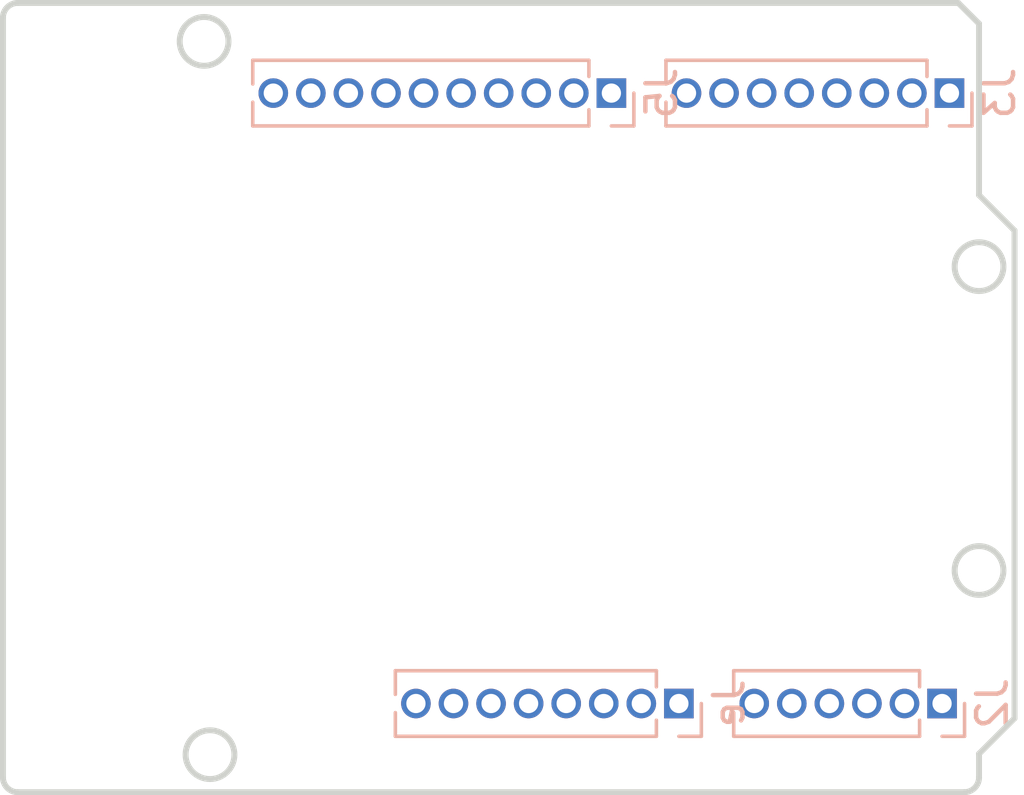
<source format=kicad_pcb>
(kicad_pcb (version 20211014) (generator pcbnew)
  (layers (0 "F.Cu" signal) (31 "B.Cu" signal) (34 "B.Paste" user) (35 "F.Paste" user) (36 "B.SilkS" user "B.Silkscreen") (37 "F.SilkS" user "F.Silkscreen") (38 "B.Mask" user) (39 "F.Mask" user) (44 "Edge.Cuts" user))
  (net 0 "")
  (net 1 "/A5{slash}SCL")
  (net 2 "/A4{slash}SDA")
  (net 3 "/A3")
  (net 4 "/A2")
  (net 5 "/A1")
  (net 6 "/A0")
  (net 7 "/IO0")
  (net 8 "/IO1")
  (net 9 "/IO2")
  (net 10 "/IO3")
  (net 11 "/IO4")
  (net 12 "/IO5")
  (net 13 "/IO6")
  (net 14 "/IO7")
  (net 15 "/VIN")
  (net 16 "/GND")
  (net 17 "/+5V")
  (net 18 "/+3.3V")
  (net 19 "/RESET")
  (net 20 "/NC")
  (net 21 "/IO8")
  (net 22 "/IO9")
  (net 23 "/SS")
  (net 24 "/MOSI_1")
  (net 25 "/MISO_1")
  (net 26 "/SCLK_1")
  (net 27 "/AREF")
  (footprint "Connector_PinHeader_1.27mm:PinHeader_1x08_P1.27mm_Vertical" (layer "B.Cu") (at 101.85001 82.372002 90)
    (fp_text reference "Je" (at 0 1.695 90) (layer "B.SilkS") (effects (justify mirror)))
    (fp_text value "Conn_01x08" hide)
    (fp_line (start -1.11 0.76) (end 0 0.76) (layer "B.SilkS") (width 0.12))
    (fp_line (start 1.11 -0.76) (end 1.11 -9.585) (layer "B.SilkS") (width 0.12))
    (fp_line (start -1.11 -0.76) (end -1.11 -9.585) (layer "B.SilkS") (width 0.12))
    (fp_line (start -1.11 0) (end -1.11 0.76) (layer "B.SilkS") (width 0.12))
    (fp_line (start 0.563471 -0.76) (end 1.11 -0.76) (layer "B.SilkS") (width 0.12))
    (fp_line (start -1.11 -0.76) (end -0.563471 -0.76) (layer "B.SilkS") (width 0.12))
    (fp_line (start 0.30753 -9.585) (end 1.11 -9.585) (layer "B.SilkS") (width 0.12))
    (fp_line (start -1.11 -9.585) (end -0.30753 -9.585) (layer "B.SilkS") (width 0.12))
    (pad "1" thru_hole rect locked (at 0 0 90) (size 1 1) (drill 0.65) (layers *.Cu *.Mask) (net 15 "/VIN"))
    (pad "2" thru_hole oval locked (at 0 -1.27 90) (size 1 1) (drill 0.65) (layers *.Cu *.Mask) (net 16 "/GND"))
    (pad "3" thru_hole oval locked (at 0 -2.54 90) (size 1 1) (drill 0.65) (layers *.Cu *.Mask) (net 16 "/GND"))
    (pad "4" thru_hole oval locked (at 0 -3.81 90) (size 1 1) (drill 0.65) (layers *.Cu *.Mask) (net 17 "/+5V"))
    (pad "5" thru_hole oval locked (at 0 -5.08 90) (size 1 1) (drill 0.65) (layers *.Cu *.Mask) (net 18 "/+3.3V"))
    (pad "6" thru_hole oval locked (at 0 -6.35 90) (size 1 1) (drill 0.65) (layers *.Cu *.Mask) (net 19 "/RESET"))
    (pad "7" thru_hole oval locked (at 0 -7.62 90) (size 1 1) (drill 0.65) (layers *.Cu *.Mask) (net 17 "/+5V"))
    (pad "8" thru_hole oval locked (at 0 -8.89 90) (size 1 1) (drill 0.65) (layers *.Cu *.Mask) (net 20 "/NC"))
  )
  (footprint "Connector_PinHeader_1.27mm:PinHeader_1x06_P1.27mm_Vertical" (layer "B.Cu") (at 110.748001 82.372002 90)
    (fp_text reference "J2" (at 0 1.695 90) (layer "B.SilkS") (effects (justify mirror)))
    (fp_text value "Conn_01x06" hide)
    (fp_line (start 1.11 -0.76) (end 1.11 -7.045) (layer "B.SilkS") (width 0.12))
    (fp_line (start -1.11 0.76) (end 0 0.76) (layer "B.SilkS") (width 0.12))
    (fp_line (start -1.11 -0.76) (end -0.563471 -0.76) (layer "B.SilkS") (width 0.12))
    (fp_line (start -1.11 -0.76) (end -1.11 -7.045) (layer "B.SilkS") (width 0.12))
    (fp_line (start 0.30753 -7.045) (end 1.11 -7.045) (layer "B.SilkS") (width 0.12))
    (fp_line (start -1.11 0) (end -1.11 0.76) (layer "B.SilkS") (width 0.12))
    (fp_line (start -1.11 -7.045) (end -0.30753 -7.045) (layer "B.SilkS") (width 0.12))
    (fp_line (start 0.563471 -0.76) (end 1.11 -0.76) (layer "B.SilkS") (width 0.12))
    (pad "1" thru_hole rect locked (at 0 0 90) (size 1 1) (drill 0.65) (layers *.Cu *.Mask) (net 1 "/A5{slash}SCL"))
    (pad "2" thru_hole oval locked (at 0 -1.27 90) (size 1 1) (drill 0.65) (layers *.Cu *.Mask) (net 2 "/A4{slash}SDA"))
    (pad "3" thru_hole oval locked (at 0 -2.54 90) (size 1 1) (drill 0.65) (layers *.Cu *.Mask) (net 3 "/A3"))
    (pad "4" thru_hole oval locked (at 0 -3.81 90) (size 1 1) (drill 0.65) (layers *.Cu *.Mask) (net 4 "/A2"))
    (pad "5" thru_hole oval locked (at 0 -5.08 90) (size 1 1) (drill 0.65) (layers *.Cu *.Mask) (net 5 "/A1"))
    (pad "6" thru_hole oval locked (at 0 -6.35 90) (size 1 1) (drill 0.65) (layers *.Cu *.Mask) (net 6 "/A0"))
  )
  (footprint "Connector_PinHeader_1.27mm:PinHeader_1x08_P1.27mm_Vertical" (layer "B.Cu") (at 110.998 61.722 90)
    (fp_text reference "J3" (at 0 1.695 90) (layer "B.SilkS") (effects (justify mirror)))
    (fp_text value "Conn_01x08" hide)
    (fp_line (start 1.11 -0.76) (end 1.11 -9.585) (layer "B.SilkS") (width 0.12))
    (fp_line (start -1.11 -0.76) (end -0.563471 -0.76) (layer "B.SilkS") (width 0.12))
    (fp_line (start -1.11 -0.76) (end -1.11 -9.585) (layer "B.SilkS") (width 0.12))
    (fp_line (start 0.30753 -9.585) (end 1.11 -9.585) (layer "B.SilkS") (width 0.12))
    (fp_line (start -1.11 0.76) (end 0 0.76) (layer "B.SilkS") (width 0.12))
    (fp_line (start -1.11 0) (end -1.11 0.76) (layer "B.SilkS") (width 0.12))
    (fp_line (start 0.563471 -0.76) (end 1.11 -0.76) (layer "B.SilkS") (width 0.12))
    (fp_line (start -1.11 -9.585) (end -0.30753 -9.585) (layer "B.SilkS") (width 0.12))
    (pad "1" thru_hole rect locked (at 0 0 90) (size 1 1) (drill 0.65) (layers *.Cu *.Mask) (net 7 "/IO0"))
    (pad "2" thru_hole oval locked (at 0 -1.27 90) (size 1 1) (drill 0.65) (layers *.Cu *.Mask) (net 8 "/IO1"))
    (pad "3" thru_hole oval locked (at 0 -2.54 90) (size 1 1) (drill 0.65) (layers *.Cu *.Mask) (net 9 "/IO2"))
    (pad "4" thru_hole oval locked (at 0 -3.81 90) (size 1 1) (drill 0.65) (layers *.Cu *.Mask) (net 10 "/IO3"))
    (pad "5" thru_hole oval locked (at 0 -5.08 90) (size 1 1) (drill 0.65) (layers *.Cu *.Mask) (net 11 "/IO4"))
    (pad "6" thru_hole oval locked (at 0 -6.35 90) (size 1 1) (drill 0.65) (layers *.Cu *.Mask) (net 12 "/IO5"))
    (pad "7" thru_hole oval locked (at 0 -7.62 90) (size 1 1) (drill 0.65) (layers *.Cu *.Mask) (net 13 "/IO6"))
    (pad "8" thru_hole oval locked (at 0 -8.89 90) (size 1 1) (drill 0.65) (layers *.Cu *.Mask) (net 14 "/IO7"))
  )
  (footprint "Connector_PinHeader_1.27mm:PinHeader_1x10_P1.27mm_Vertical" (layer "B.Cu") (at 99.568 61.722 90)
    (fp_text reference "J5" (at 0 1.695 90) (layer "B.SilkS") (effects (justify mirror)))
    (fp_text value "Conn_01x10" hide)
    (fp_line (start 0.30753 -12.125) (end 1.11 -12.125) (layer "B.SilkS") (width 0.12))
    (fp_line (start 1.11 -0.76) (end 1.11 -12.125) (layer "B.SilkS") (width 0.12))
    (fp_line (start -1.11 -0.76) (end -1.11 -12.125) (layer "B.SilkS") (width 0.12))
    (fp_line (start -1.11 -12.125) (end -0.30753 -12.125) (layer "B.SilkS") (width 0.12))
    (fp_line (start 0.563471 -0.76) (end 1.11 -0.76) (layer "B.SilkS") (width 0.12))
    (fp_line (start -1.11 0.76) (end 0 0.76) (layer "B.SilkS") (width 0.12))
    (fp_line (start -1.11 -0.76) (end -0.563471 -0.76) (layer "B.SilkS") (width 0.12))
    (fp_line (start -1.11 0) (end -1.11 0.76) (layer "B.SilkS") (width 0.12))
    (pad "1" thru_hole rect locked (at 0 0 90) (size 1 1) (drill 0.65) (layers *.Cu *.Mask) (net 21 "/IO8"))
    (pad "2" thru_hole oval locked (at 0 -1.27 90) (size 1 1) (drill 0.65) (layers *.Cu *.Mask) (net 22 "/IO9"))
    (pad "3" thru_hole oval locked (at 0 -2.54 90) (size 1 1) (drill 0.65) (layers *.Cu *.Mask) (net 23 "/SS"))
    (pad "4" thru_hole oval locked (at 0 -3.81 90) (size 1 1) (drill 0.65) (layers *.Cu *.Mask) (net 24 "/MOSI_1"))
    (pad "5" thru_hole oval locked (at 0 -5.08 90) (size 1 1) (drill 0.65) (layers *.Cu *.Mask) (net 25 "/MISO_1"))
    (pad "6" thru_hole oval locked (at 0 -6.35 90) (size 1 1) (drill 0.65) (layers *.Cu *.Mask) (net 26 "/SCLK_1"))
    (pad "7" thru_hole oval locked (at 0 -7.62 90) (size 1 1) (drill 0.65) (layers *.Cu *.Mask) (net 16 "/GND"))
    (pad "8" thru_hole oval locked (at 0 -8.89 90) (size 1 1) (drill 0.65) (layers *.Cu *.Mask) (net 27 "/AREF"))
    (pad "9" thru_hole oval locked (at 0 -10.16 90) (size 1 1) (drill 0.65) (layers *.Cu *.Mask) (net 2 "/A4{slash}SDA"))
    (pad "10" thru_hole oval locked (at 0 -11.43 90) (size 1 1) (drill 0.65) (layers *.Cu *.Mask) (net 1 "/A5{slash}SCL"))
  )
  (gr_line (start 111.298 58.672001) (end 111.998001 59.372005) (layer "Edge.Cuts") (width 0.2))
  (gr_line (start 79.498 85.372001) (end 111.498004 85.371998) (layer "Edge.Cuts") (width 0.2))
  (gr_line (start 111.998001 65.172001) (end 111.998001 59.372005) (layer "Edge.Cuts") (width 0.2))
  (gr_line (start 78.997998 59.172) (end 78.998001 84.872002) (layer "Edge.Cuts") (width 0.2))
  (gr_circle (center 85.798 59.972001) (end 86.6235 59.972001) (layer "Edge.Cuts") (width 0.2) (fill none))
  (gr_line (start 111.998001 84.872002) (end 111.998001 84.072001) (layer "Edge.Cuts") (width 0.2))
  (gr_line (start 113.198001 82.872001) (end 113.198001 66.372001) (layer "Edge.Cuts") (width 0.2))
  (gr_circle (center 111.998001 67.592001) (end 112.823501 67.592001) (layer "Edge.Cuts") (width 0.2) (fill none))
  (gr_circle (center 85.998002 84.102001) (end 86.823502 84.102001) (layer "Edge.Cuts") (width 0.2) (fill none))
  (gr_circle (center 111.998001 77.872001) (end 112.823501 77.872001) (layer "Edge.Cuts") (width 0.2) (fill none))
  (gr_arc (start 78.998001 59.172) (mid 79.144447 58.818447) (end 79.498 58.672001) (layer "Edge.Cuts") (width 0.2))
  (gr_arc (start 111.998001 84.872002) (mid 111.851554 85.225554) (end 111.498002 85.372001) (layer "Edge.Cuts") (width 0.2))
  (gr_arc (start 79.498 85.372001) (mid 79.144447 85.225555) (end 78.998001 84.872002) (layer "Edge.Cuts") (width 0.2))
  (gr_line (start 111.998001 65.172001) (end 113.198001 66.372001) (layer "Edge.Cuts") (width 0.2))
  (gr_line (start 111.998001 84.072001) (end 113.198001 82.872001) (layer "Edge.Cuts") (width 0.2))
  (gr_line (start 79.498 58.672001) (end 111.298 58.672001) (layer "Edge.Cuts") (width 0.2))
)
</source>
